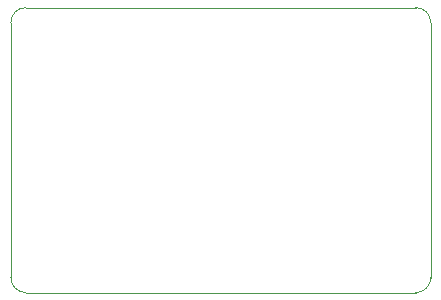
<source format=gbr>
G04 #@! TF.GenerationSoftware,KiCad,Pcbnew,(5.1.2)-2*
G04 #@! TF.CreationDate,2022-10-24T21:46:32-05:00*
G04 #@! TF.ProjectId,nrf24l01_breakout,6e726632-346c-4303-915f-627265616b6f,v1.0*
G04 #@! TF.SameCoordinates,Original*
G04 #@! TF.FileFunction,Profile,NP*
%FSLAX46Y46*%
G04 Gerber Fmt 4.6, Leading zero omitted, Abs format (unit mm)*
G04 Created by KiCad (PCBNEW (5.1.2)-2) date 2022-10-24 21:46:32*
%MOMM*%
%LPD*%
G04 APERTURE LIST*
%ADD10C,0.050000*%
G04 APERTURE END LIST*
D10*
X114300000Y-135890000D02*
G75*
G02X115570000Y-134620000I1270000J0D01*
G01*
X115570000Y-158750000D02*
G75*
G02X114300000Y-157480000I0J1270000D01*
G01*
X149860000Y-157480000D02*
G75*
G02X148590000Y-158750000I-1270000J0D01*
G01*
X148590000Y-134620000D02*
G75*
G02X149860000Y-135890000I0J-1270000D01*
G01*
X148590000Y-134620000D02*
X115570000Y-134620000D01*
X149860000Y-157480000D02*
X149860000Y-135890000D01*
X115570000Y-158750000D02*
X148590000Y-158750000D01*
X114300000Y-135890000D02*
X114300000Y-157480000D01*
M02*

</source>
